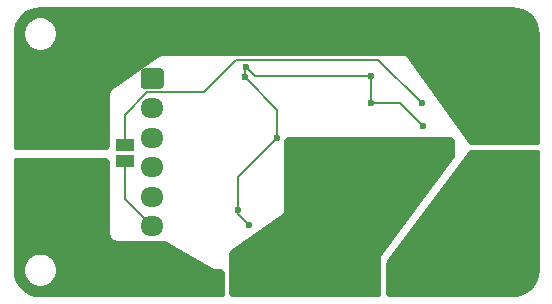
<source format=gbl>
G04 #@! TF.GenerationSoftware,KiCad,Pcbnew,(5.1.10)-1*
G04 #@! TF.CreationDate,2021-09-05T18:13:48+09:00*
G04 #@! TF.ProjectId,CellBalancing_BQ77915_5S,43656c6c-4261-46c6-916e-63696e675f42,rev?*
G04 #@! TF.SameCoordinates,Original*
G04 #@! TF.FileFunction,Copper,L2,Bot*
G04 #@! TF.FilePolarity,Positive*
%FSLAX46Y46*%
G04 Gerber Fmt 4.6, Leading zero omitted, Abs format (unit mm)*
G04 Created by KiCad (PCBNEW (5.1.10)-1) date 2021-09-05 18:13:48*
%MOMM*%
%LPD*%
G01*
G04 APERTURE LIST*
G04 #@! TA.AperFunction,SMDPad,CuDef*
%ADD10R,1.500000X1.000000*%
G04 #@! TD*
G04 #@! TA.AperFunction,ComponentPad*
%ADD11O,1.700000X1.700000*%
G04 #@! TD*
G04 #@! TA.AperFunction,ComponentPad*
%ADD12R,1.700000X1.700000*%
G04 #@! TD*
G04 #@! TA.AperFunction,ComponentPad*
%ADD13C,5.516000*%
G04 #@! TD*
G04 #@! TA.AperFunction,ComponentPad*
%ADD14O,1.950000X1.700000*%
G04 #@! TD*
G04 #@! TA.AperFunction,ViaPad*
%ADD15C,0.600000*%
G04 #@! TD*
G04 #@! TA.AperFunction,Conductor*
%ADD16C,0.200000*%
G04 #@! TD*
G04 #@! TA.AperFunction,Conductor*
%ADD17C,0.400000*%
G04 #@! TD*
G04 #@! TA.AperFunction,Conductor*
%ADD18C,0.152400*%
G04 #@! TD*
G04 APERTURE END LIST*
D10*
X120700000Y-105950000D03*
X120700000Y-107250000D03*
D11*
X151460000Y-102280000D03*
X154000000Y-102280000D03*
X151460000Y-104820000D03*
X154000000Y-104820000D03*
X151460000Y-107360000D03*
X154000000Y-107360000D03*
X151460000Y-109900000D03*
D12*
X154000000Y-109900000D03*
D13*
X115100000Y-110300000D03*
X115100000Y-103100000D03*
G04 #@! TA.AperFunction,ComponentPad*
G36*
G01*
X122275000Y-99450000D02*
X123725000Y-99450000D01*
G75*
G02*
X123975000Y-99700000I0J-250000D01*
G01*
X123975000Y-100900000D01*
G75*
G02*
X123725000Y-101150000I-250000J0D01*
G01*
X122275000Y-101150000D01*
G75*
G02*
X122025000Y-100900000I0J250000D01*
G01*
X122025000Y-99700000D01*
G75*
G02*
X122275000Y-99450000I250000J0D01*
G01*
G37*
G04 #@! TD.AperFunction*
D14*
X123000000Y-102800000D03*
X123000000Y-105300000D03*
X123000000Y-107800000D03*
X123000000Y-110300000D03*
X123000000Y-112800000D03*
D15*
X143500000Y-116000000D03*
X143500000Y-116700000D03*
X143500000Y-117400000D03*
X143500000Y-118100000D03*
X144200000Y-118100000D03*
X144200000Y-117400000D03*
X144200000Y-116700000D03*
X144200000Y-116000000D03*
X144900000Y-118100000D03*
X144900000Y-117400000D03*
X144900000Y-116700000D03*
X144900000Y-116000000D03*
X144900000Y-115300000D03*
X144200000Y-115300000D03*
X144900000Y-114600000D03*
X145800000Y-102400000D03*
X136400000Y-114800000D03*
X139600000Y-114800000D03*
X136400000Y-118200000D03*
X139600000Y-118200000D03*
X138000000Y-115000000D03*
X138000000Y-118000000D03*
X130875015Y-100200000D03*
X133600000Y-105300000D03*
X141500000Y-102400000D03*
X141500000Y-100100000D03*
X130245380Y-111470591D03*
X131200000Y-112700000D03*
X128600000Y-116900000D03*
X128600000Y-117600000D03*
X128600000Y-118300000D03*
X127900000Y-118300000D03*
X127900000Y-117600000D03*
X127900000Y-116900000D03*
X127200000Y-116900000D03*
X127200000Y-117600000D03*
X127200000Y-118300000D03*
X130940216Y-99300010D03*
X145900000Y-104350002D03*
D16*
X123000000Y-100300000D02*
X122300000Y-100300000D01*
X123000000Y-100300000D02*
X122400000Y-100300000D01*
X122598631Y-101450010D02*
X127349990Y-101450010D01*
X120700000Y-103348641D02*
X122598631Y-101450010D01*
X120700000Y-105950000D02*
X120700000Y-103348641D01*
X127349990Y-101450010D02*
X130100000Y-98700000D01*
X142100000Y-98700000D02*
X145800000Y-102400000D01*
X130100000Y-98700000D02*
X142100000Y-98700000D01*
X141500000Y-102400000D02*
X141500000Y-100100000D01*
X133600000Y-102924985D02*
X130875015Y-100200000D01*
X133600000Y-105300000D02*
X133600000Y-102924985D01*
X116250010Y-109149990D02*
X115100000Y-110300000D01*
X130245380Y-111745380D02*
X131200000Y-112700000D01*
X130245380Y-111470591D02*
X130245380Y-111745380D01*
X130245380Y-108654620D02*
X130400000Y-108500000D01*
X130245380Y-111470591D02*
X130245380Y-108654620D01*
X133600000Y-105300000D02*
X130400000Y-108500000D01*
X120700000Y-110500000D02*
X123000000Y-112800000D01*
X120700000Y-107250000D02*
X120700000Y-110500000D01*
X130875015Y-100200000D02*
X130875015Y-99365211D01*
X141500000Y-100100000D02*
X131740206Y-100100000D01*
X131740206Y-100100000D02*
X130940216Y-99300010D01*
X130875015Y-99365211D02*
X130940216Y-99300010D01*
X143949998Y-102400000D02*
X141500000Y-102400000D01*
X145900000Y-104350002D02*
X143949998Y-102400000D01*
D17*
X118977199Y-107211889D02*
X119049138Y-107241687D01*
X119110912Y-107289088D01*
X119158313Y-107350862D01*
X119188111Y-107422801D01*
X119200000Y-107513109D01*
X119200000Y-113500000D01*
X119201711Y-113526105D01*
X119218748Y-113655515D01*
X119232261Y-113705947D01*
X119282211Y-113826537D01*
X119308317Y-113871753D01*
X119387777Y-113975306D01*
X119424694Y-114012223D01*
X119528247Y-114091683D01*
X119573463Y-114117789D01*
X119694053Y-114167739D01*
X119744485Y-114181252D01*
X119873895Y-114198289D01*
X119900000Y-114200000D01*
X123854221Y-114200000D01*
X123943785Y-114211690D01*
X124027337Y-114245972D01*
X127985485Y-116507771D01*
X128008794Y-116519152D01*
X128128529Y-116568280D01*
X128178564Y-116581568D01*
X128306898Y-116598318D01*
X128332782Y-116600000D01*
X128634257Y-116600000D01*
X128726483Y-116614607D01*
X128795484Y-116649765D01*
X128850235Y-116704516D01*
X128885393Y-116773517D01*
X128900000Y-116865743D01*
X128900000Y-118486891D01*
X128888400Y-118575000D01*
X113520790Y-118575000D01*
X113097358Y-118533482D01*
X112710057Y-118416549D01*
X112352837Y-118226612D01*
X112039319Y-117970913D01*
X111781437Y-117659186D01*
X111589012Y-117303303D01*
X111469378Y-116916829D01*
X111425000Y-116494597D01*
X111425000Y-116348564D01*
X111962440Y-116348564D01*
X111962440Y-116651436D01*
X112021527Y-116948490D01*
X112137432Y-117228308D01*
X112305699Y-117480138D01*
X112519862Y-117694301D01*
X112771692Y-117862568D01*
X113051510Y-117978473D01*
X113348564Y-118037560D01*
X113651436Y-118037560D01*
X113948490Y-117978473D01*
X114228308Y-117862568D01*
X114480138Y-117694301D01*
X114694301Y-117480138D01*
X114862568Y-117228308D01*
X114978473Y-116948490D01*
X115037560Y-116651436D01*
X115037560Y-116348564D01*
X114978473Y-116051510D01*
X114862568Y-115771692D01*
X114694301Y-115519862D01*
X114480138Y-115305699D01*
X114228308Y-115137432D01*
X113948490Y-115021527D01*
X113651436Y-114962440D01*
X113348564Y-114962440D01*
X113051510Y-115021527D01*
X112771692Y-115137432D01*
X112519862Y-115305699D01*
X112305699Y-115519862D01*
X112137432Y-115771692D01*
X112021527Y-116051510D01*
X111962440Y-116348564D01*
X111425000Y-116348564D01*
X111425000Y-107211600D01*
X111513109Y-107200000D01*
X118886891Y-107200000D01*
X118977199Y-107211889D01*
G04 #@! TA.AperFunction,Conductor*
D18*
G36*
X118977199Y-107211889D02*
G01*
X119049138Y-107241687D01*
X119110912Y-107289088D01*
X119158313Y-107350862D01*
X119188111Y-107422801D01*
X119200000Y-107513109D01*
X119200000Y-113500000D01*
X119201711Y-113526105D01*
X119218748Y-113655515D01*
X119232261Y-113705947D01*
X119282211Y-113826537D01*
X119308317Y-113871753D01*
X119387777Y-113975306D01*
X119424694Y-114012223D01*
X119528247Y-114091683D01*
X119573463Y-114117789D01*
X119694053Y-114167739D01*
X119744485Y-114181252D01*
X119873895Y-114198289D01*
X119900000Y-114200000D01*
X123854221Y-114200000D01*
X123943785Y-114211690D01*
X124027337Y-114245972D01*
X127985485Y-116507771D01*
X128008794Y-116519152D01*
X128128529Y-116568280D01*
X128178564Y-116581568D01*
X128306898Y-116598318D01*
X128332782Y-116600000D01*
X128634257Y-116600000D01*
X128726483Y-116614607D01*
X128795484Y-116649765D01*
X128850235Y-116704516D01*
X128885393Y-116773517D01*
X128900000Y-116865743D01*
X128900000Y-118486891D01*
X128888400Y-118575000D01*
X113520790Y-118575000D01*
X113097358Y-118533482D01*
X112710057Y-118416549D01*
X112352837Y-118226612D01*
X112039319Y-117970913D01*
X111781437Y-117659186D01*
X111589012Y-117303303D01*
X111469378Y-116916829D01*
X111425000Y-116494597D01*
X111425000Y-116348564D01*
X111962440Y-116348564D01*
X111962440Y-116651436D01*
X112021527Y-116948490D01*
X112137432Y-117228308D01*
X112305699Y-117480138D01*
X112519862Y-117694301D01*
X112771692Y-117862568D01*
X113051510Y-117978473D01*
X113348564Y-118037560D01*
X113651436Y-118037560D01*
X113948490Y-117978473D01*
X114228308Y-117862568D01*
X114480138Y-117694301D01*
X114694301Y-117480138D01*
X114862568Y-117228308D01*
X114978473Y-116948490D01*
X115037560Y-116651436D01*
X115037560Y-116348564D01*
X114978473Y-116051510D01*
X114862568Y-115771692D01*
X114694301Y-115519862D01*
X114480138Y-115305699D01*
X114228308Y-115137432D01*
X113948490Y-115021527D01*
X113651436Y-114962440D01*
X113348564Y-114962440D01*
X113051510Y-115021527D01*
X112771692Y-115137432D01*
X112519862Y-115305699D01*
X112305699Y-115519862D01*
X112137432Y-115771692D01*
X112021527Y-116051510D01*
X111962440Y-116348564D01*
X111425000Y-116348564D01*
X111425000Y-107211600D01*
X111513109Y-107200000D01*
X118886891Y-107200000D01*
X118977199Y-107211889D01*
G37*
G04 #@! TD.AperFunction*
D17*
X153902640Y-94466517D02*
X154289946Y-94583452D01*
X154647159Y-94773386D01*
X154960682Y-95029088D01*
X155218562Y-95340813D01*
X155410988Y-95696697D01*
X155530622Y-96083170D01*
X155575001Y-96505412D01*
X155575001Y-105688400D01*
X155486891Y-105700000D01*
X150172563Y-105700000D01*
X150064210Y-105682724D01*
X149980874Y-105639936D01*
X149903695Y-105561955D01*
X144762135Y-98392072D01*
X144741755Y-98367935D01*
X144630994Y-98256023D01*
X144600816Y-98230994D01*
X144580195Y-98218793D01*
X144440123Y-98146874D01*
X144403658Y-98132470D01*
X144380263Y-98127287D01*
X144224771Y-98102495D01*
X144193280Y-98100000D01*
X123905696Y-98100000D01*
X123875623Y-98102274D01*
X123726967Y-98124884D01*
X123688970Y-98134550D01*
X123669541Y-98142766D01*
X123534330Y-98208550D01*
X123508282Y-98223751D01*
X119502587Y-100986299D01*
X119477638Y-101006655D01*
X119361863Y-101117783D01*
X119336375Y-101147574D01*
X119323286Y-101169090D01*
X119248680Y-101311171D01*
X119233943Y-101347503D01*
X119228345Y-101372056D01*
X119202592Y-101530454D01*
X119200000Y-101562549D01*
X119200000Y-105786891D01*
X119188111Y-105877199D01*
X119158313Y-105949138D01*
X119110912Y-106010912D01*
X119049138Y-106058313D01*
X118977199Y-106088111D01*
X118886891Y-106100000D01*
X111513109Y-106100000D01*
X111425000Y-106088400D01*
X111425000Y-96520790D01*
X111441886Y-96348564D01*
X111962440Y-96348564D01*
X111962440Y-96651436D01*
X112021527Y-96948490D01*
X112137432Y-97228308D01*
X112305699Y-97480138D01*
X112519862Y-97694301D01*
X112771692Y-97862568D01*
X113051510Y-97978473D01*
X113348564Y-98037560D01*
X113651436Y-98037560D01*
X113948490Y-97978473D01*
X114228308Y-97862568D01*
X114480138Y-97694301D01*
X114694301Y-97480138D01*
X114862568Y-97228308D01*
X114978473Y-96948490D01*
X115037560Y-96651436D01*
X115037560Y-96348564D01*
X114978473Y-96051510D01*
X114862568Y-95771692D01*
X114694301Y-95519862D01*
X114480138Y-95305699D01*
X114228308Y-95137432D01*
X113948490Y-95021527D01*
X113651436Y-94962440D01*
X113348564Y-94962440D01*
X113051510Y-95021527D01*
X112771692Y-95137432D01*
X112519862Y-95305699D01*
X112305699Y-95519862D01*
X112137432Y-95771692D01*
X112021527Y-96051510D01*
X111962440Y-96348564D01*
X111441886Y-96348564D01*
X111466517Y-96097360D01*
X111583452Y-95710054D01*
X111773386Y-95352841D01*
X112029088Y-95039318D01*
X112340813Y-94781438D01*
X112696697Y-94589012D01*
X113083170Y-94469378D01*
X113505403Y-94425000D01*
X153479210Y-94425000D01*
X153902640Y-94466517D01*
G04 #@! TA.AperFunction,Conductor*
D18*
G36*
X153902640Y-94466517D02*
G01*
X154289946Y-94583452D01*
X154647159Y-94773386D01*
X154960682Y-95029088D01*
X155218562Y-95340813D01*
X155410988Y-95696697D01*
X155530622Y-96083170D01*
X155575001Y-96505412D01*
X155575001Y-105688400D01*
X155486891Y-105700000D01*
X150172563Y-105700000D01*
X150064210Y-105682724D01*
X149980874Y-105639936D01*
X149903695Y-105561955D01*
X144762135Y-98392072D01*
X144741755Y-98367935D01*
X144630994Y-98256023D01*
X144600816Y-98230994D01*
X144580195Y-98218793D01*
X144440123Y-98146874D01*
X144403658Y-98132470D01*
X144380263Y-98127287D01*
X144224771Y-98102495D01*
X144193280Y-98100000D01*
X123905696Y-98100000D01*
X123875623Y-98102274D01*
X123726967Y-98124884D01*
X123688970Y-98134550D01*
X123669541Y-98142766D01*
X123534330Y-98208550D01*
X123508282Y-98223751D01*
X119502587Y-100986299D01*
X119477638Y-101006655D01*
X119361863Y-101117783D01*
X119336375Y-101147574D01*
X119323286Y-101169090D01*
X119248680Y-101311171D01*
X119233943Y-101347503D01*
X119228345Y-101372056D01*
X119202592Y-101530454D01*
X119200000Y-101562549D01*
X119200000Y-105786891D01*
X119188111Y-105877199D01*
X119158313Y-105949138D01*
X119110912Y-106010912D01*
X119049138Y-106058313D01*
X118977199Y-106088111D01*
X118886891Y-106100000D01*
X111513109Y-106100000D01*
X111425000Y-106088400D01*
X111425000Y-96520790D01*
X111441886Y-96348564D01*
X111962440Y-96348564D01*
X111962440Y-96651436D01*
X112021527Y-96948490D01*
X112137432Y-97228308D01*
X112305699Y-97480138D01*
X112519862Y-97694301D01*
X112771692Y-97862568D01*
X113051510Y-97978473D01*
X113348564Y-98037560D01*
X113651436Y-98037560D01*
X113948490Y-97978473D01*
X114228308Y-97862568D01*
X114480138Y-97694301D01*
X114694301Y-97480138D01*
X114862568Y-97228308D01*
X114978473Y-96948490D01*
X115037560Y-96651436D01*
X115037560Y-96348564D01*
X114978473Y-96051510D01*
X114862568Y-95771692D01*
X114694301Y-95519862D01*
X114480138Y-95305699D01*
X114228308Y-95137432D01*
X113948490Y-95021527D01*
X113651436Y-94962440D01*
X113348564Y-94962440D01*
X113051510Y-95021527D01*
X112771692Y-95137432D01*
X112519862Y-95305699D01*
X112305699Y-95519862D01*
X112137432Y-95771692D01*
X112021527Y-96051510D01*
X111962440Y-96348564D01*
X111441886Y-96348564D01*
X111466517Y-96097360D01*
X111583452Y-95710054D01*
X111773386Y-95352841D01*
X112029088Y-95039318D01*
X112340813Y-94781438D01*
X112696697Y-94589012D01*
X113083170Y-94469378D01*
X113505403Y-94425000D01*
X153479210Y-94425000D01*
X153902640Y-94466517D01*
G37*
G04 #@! TD.AperFunction*
D17*
X155575000Y-106511600D02*
X155575000Y-116479210D01*
X155533482Y-116902642D01*
X155416549Y-117289943D01*
X155226612Y-117647163D01*
X154970913Y-117960681D01*
X154659186Y-118218563D01*
X154303303Y-118410988D01*
X153916829Y-118530622D01*
X153494597Y-118575000D01*
X143011600Y-118575000D01*
X143000000Y-118486891D01*
X143000000Y-115982278D01*
X143017784Y-115872392D01*
X143069324Y-115773721D01*
X149900936Y-106632833D01*
X149977788Y-106557690D01*
X150059845Y-106516575D01*
X150166043Y-106500000D01*
X155486891Y-106500000D01*
X155575000Y-106511600D01*
G04 #@! TA.AperFunction,Conductor*
D18*
G36*
X155575000Y-106511600D02*
G01*
X155575000Y-116479210D01*
X155533482Y-116902642D01*
X155416549Y-117289943D01*
X155226612Y-117647163D01*
X154970913Y-117960681D01*
X154659186Y-118218563D01*
X154303303Y-118410988D01*
X153916829Y-118530622D01*
X153494597Y-118575000D01*
X143011600Y-118575000D01*
X143000000Y-118486891D01*
X143000000Y-115982278D01*
X143017784Y-115872392D01*
X143069324Y-115773721D01*
X149900936Y-106632833D01*
X149977788Y-106557690D01*
X150059845Y-106516575D01*
X150166043Y-106500000D01*
X155486891Y-106500000D01*
X155575000Y-106511600D01*
G37*
G04 #@! TD.AperFunction*
D17*
X148177199Y-105411889D02*
X148249138Y-105441687D01*
X148310912Y-105489088D01*
X148358313Y-105550862D01*
X148388111Y-105622801D01*
X148400000Y-105713109D01*
X148400000Y-106718925D01*
X148382432Y-106828163D01*
X148331503Y-106926380D01*
X142237627Y-115148275D01*
X142220756Y-115175299D01*
X142147663Y-115316258D01*
X142133113Y-115352666D01*
X142127749Y-115376568D01*
X142102537Y-115533336D01*
X142100000Y-115565093D01*
X142100000Y-118486891D01*
X142088400Y-118575000D01*
X129711600Y-118575000D01*
X129700000Y-118486891D01*
X129700000Y-115176603D01*
X129717714Y-115066928D01*
X129761543Y-114982822D01*
X129841294Y-114905468D01*
X134048985Y-111964609D01*
X134073842Y-111944064D01*
X134189068Y-111832014D01*
X134214362Y-111802057D01*
X134227357Y-111780367D01*
X134301079Y-111637548D01*
X134315561Y-111601114D01*
X134321002Y-111576425D01*
X134345604Y-111417595D01*
X134347955Y-111385431D01*
X134304002Y-105715502D01*
X134315305Y-105624667D01*
X134344826Y-105552207D01*
X134392176Y-105489919D01*
X134454095Y-105442088D01*
X134526323Y-105412006D01*
X134617065Y-105400000D01*
X148086891Y-105400000D01*
X148177199Y-105411889D01*
G04 #@! TA.AperFunction,Conductor*
D18*
G36*
X148177199Y-105411889D02*
G01*
X148249138Y-105441687D01*
X148310912Y-105489088D01*
X148358313Y-105550862D01*
X148388111Y-105622801D01*
X148400000Y-105713109D01*
X148400000Y-106718925D01*
X148382432Y-106828163D01*
X148331503Y-106926380D01*
X142237627Y-115148275D01*
X142220756Y-115175299D01*
X142147663Y-115316258D01*
X142133113Y-115352666D01*
X142127749Y-115376568D01*
X142102537Y-115533336D01*
X142100000Y-115565093D01*
X142100000Y-118486891D01*
X142088400Y-118575000D01*
X129711600Y-118575000D01*
X129700000Y-118486891D01*
X129700000Y-115176603D01*
X129717714Y-115066928D01*
X129761543Y-114982822D01*
X129841294Y-114905468D01*
X134048985Y-111964609D01*
X134073842Y-111944064D01*
X134189068Y-111832014D01*
X134214362Y-111802057D01*
X134227357Y-111780367D01*
X134301079Y-111637548D01*
X134315561Y-111601114D01*
X134321002Y-111576425D01*
X134345604Y-111417595D01*
X134347955Y-111385431D01*
X134304002Y-105715502D01*
X134315305Y-105624667D01*
X134344826Y-105552207D01*
X134392176Y-105489919D01*
X134454095Y-105442088D01*
X134526323Y-105412006D01*
X134617065Y-105400000D01*
X148086891Y-105400000D01*
X148177199Y-105411889D01*
G37*
G04 #@! TD.AperFunction*
M02*

</source>
